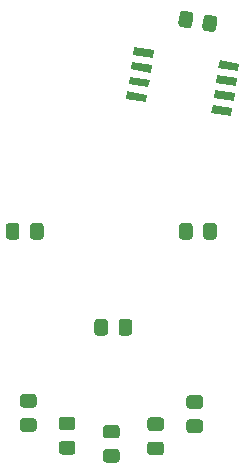
<source format=gbr>
%TF.GenerationSoftware,KiCad,Pcbnew,(5.1.6)-1*%
%TF.CreationDate,2021-01-16T18:50:24+01:00*%
%TF.ProjectId,Snowman_Earring,536e6f77-6d61-46e5-9f45-617272696e67,rev?*%
%TF.SameCoordinates,Original*%
%TF.FileFunction,Paste,Top*%
%TF.FilePolarity,Positive*%
%FSLAX46Y46*%
G04 Gerber Fmt 4.6, Leading zero omitted, Abs format (unit mm)*
G04 Created by KiCad (PCBNEW (5.1.6)-1) date 2021-01-16 18:50:24*
%MOMM*%
%LPD*%
G01*
G04 APERTURE LIST*
%ADD10C,0.100000*%
G04 APERTURE END LIST*
%TO.C,C1*%
G36*
G01*
X108324065Y-62744856D02*
X108464856Y-61855935D01*
G75*
G02*
X108750885Y-61648122I246921J-39108D01*
G01*
X109392884Y-61749805D01*
G75*
G02*
X109600697Y-62035834I-39108J-246921D01*
G01*
X109459906Y-62924755D01*
G75*
G02*
X109173877Y-63132568I-246921J39108D01*
G01*
X108531878Y-63030885D01*
G75*
G02*
X108324065Y-62744856I39108J246921D01*
G01*
G37*
G36*
G01*
X106299303Y-62424166D02*
X106440094Y-61535245D01*
G75*
G02*
X106726123Y-61327432I246921J-39108D01*
G01*
X107368122Y-61429115D01*
G75*
G02*
X107575935Y-61715144I-39108J-246921D01*
G01*
X107435144Y-62604065D01*
G75*
G02*
X107149115Y-62811878I-246921J39108D01*
G01*
X106507116Y-62710195D01*
G75*
G02*
X106299303Y-62424166I39108J246921D01*
G01*
G37*
%TD*%
%TO.C,D8*%
G36*
G01*
X108132372Y-95038231D02*
X107232370Y-95038231D01*
G75*
G02*
X106982371Y-94788232I0J249999D01*
G01*
X106982371Y-94138230D01*
G75*
G02*
X107232370Y-93888231I249999J0D01*
G01*
X108132372Y-93888231D01*
G75*
G02*
X108382371Y-94138230I0J-249999D01*
G01*
X108382371Y-94788232D01*
G75*
G02*
X108132372Y-95038231I-249999J0D01*
G01*
G37*
G36*
G01*
X108132372Y-97088231D02*
X107232370Y-97088231D01*
G75*
G02*
X106982371Y-96838232I0J249999D01*
G01*
X106982371Y-96188230D01*
G75*
G02*
X107232370Y-95938231I249999J0D01*
G01*
X108132372Y-95938231D01*
G75*
G02*
X108382371Y-96188230I0J-249999D01*
G01*
X108382371Y-96838232D01*
G75*
G02*
X108132372Y-97088231I-249999J0D01*
G01*
G37*
%TD*%
%TO.C,D7*%
G36*
G01*
X104823666Y-96915527D02*
X103923664Y-96915527D01*
G75*
G02*
X103673665Y-96665528I0J249999D01*
G01*
X103673665Y-96015526D01*
G75*
G02*
X103923664Y-95765527I249999J0D01*
G01*
X104823666Y-95765527D01*
G75*
G02*
X105073665Y-96015526I0J-249999D01*
G01*
X105073665Y-96665528D01*
G75*
G02*
X104823666Y-96915527I-249999J0D01*
G01*
G37*
G36*
G01*
X104823666Y-98965527D02*
X103923664Y-98965527D01*
G75*
G02*
X103673665Y-98715528I0J249999D01*
G01*
X103673665Y-98065526D01*
G75*
G02*
X103923664Y-97815527I249999J0D01*
G01*
X104823666Y-97815527D01*
G75*
G02*
X105073665Y-98065526I0J-249999D01*
G01*
X105073665Y-98715528D01*
G75*
G02*
X104823666Y-98965527I-249999J0D01*
G01*
G37*
%TD*%
%TO.C,D6*%
G36*
G01*
X101072426Y-97547965D02*
X100172424Y-97547965D01*
G75*
G02*
X99922425Y-97297966I0J249999D01*
G01*
X99922425Y-96647964D01*
G75*
G02*
X100172424Y-96397965I249999J0D01*
G01*
X101072426Y-96397965D01*
G75*
G02*
X101322425Y-96647964I0J-249999D01*
G01*
X101322425Y-97297966D01*
G75*
G02*
X101072426Y-97547965I-249999J0D01*
G01*
G37*
G36*
G01*
X101072426Y-99597965D02*
X100172424Y-99597965D01*
G75*
G02*
X99922425Y-99347966I0J249999D01*
G01*
X99922425Y-98697964D01*
G75*
G02*
X100172424Y-98447965I249999J0D01*
G01*
X101072426Y-98447965D01*
G75*
G02*
X101322425Y-98697964I0J-249999D01*
G01*
X101322425Y-99347966D01*
G75*
G02*
X101072426Y-99597965I-249999J0D01*
G01*
G37*
%TD*%
%TO.C,D5*%
G36*
G01*
X97331107Y-96859263D02*
X96431105Y-96859263D01*
G75*
G02*
X96181106Y-96609264I0J249999D01*
G01*
X96181106Y-95959262D01*
G75*
G02*
X96431105Y-95709263I249999J0D01*
G01*
X97331107Y-95709263D01*
G75*
G02*
X97581106Y-95959262I0J-249999D01*
G01*
X97581106Y-96609264D01*
G75*
G02*
X97331107Y-96859263I-249999J0D01*
G01*
G37*
G36*
G01*
X97331107Y-98909263D02*
X96431105Y-98909263D01*
G75*
G02*
X96181106Y-98659264I0J249999D01*
G01*
X96181106Y-98009262D01*
G75*
G02*
X96431105Y-97759263I249999J0D01*
G01*
X97331107Y-97759263D01*
G75*
G02*
X97581106Y-98009262I0J-249999D01*
G01*
X97581106Y-98659264D01*
G75*
G02*
X97331107Y-98909263I-249999J0D01*
G01*
G37*
%TD*%
%TO.C,D4*%
G36*
G01*
X94050967Y-94932487D02*
X93150965Y-94932487D01*
G75*
G02*
X92900966Y-94682488I0J249999D01*
G01*
X92900966Y-94032486D01*
G75*
G02*
X93150965Y-93782487I249999J0D01*
G01*
X94050967Y-93782487D01*
G75*
G02*
X94300966Y-94032486I0J-249999D01*
G01*
X94300966Y-94682488D01*
G75*
G02*
X94050967Y-94932487I-249999J0D01*
G01*
G37*
G36*
G01*
X94050967Y-96982487D02*
X93150965Y-96982487D01*
G75*
G02*
X92900966Y-96732488I0J249999D01*
G01*
X92900966Y-96082486D01*
G75*
G02*
X93150965Y-95832487I249999J0D01*
G01*
X94050967Y-95832487D01*
G75*
G02*
X94300966Y-96082486I0J-249999D01*
G01*
X94300966Y-96732488D01*
G75*
G02*
X94050967Y-96982487I-249999J0D01*
G01*
G37*
%TD*%
%TO.C,D3*%
G36*
G01*
X108400000Y-80460001D02*
X108400000Y-79559999D01*
G75*
G02*
X108649999Y-79310000I249999J0D01*
G01*
X109300001Y-79310000D01*
G75*
G02*
X109550000Y-79559999I0J-249999D01*
G01*
X109550000Y-80460001D01*
G75*
G02*
X109300001Y-80710000I-249999J0D01*
G01*
X108649999Y-80710000D01*
G75*
G02*
X108400000Y-80460001I0J249999D01*
G01*
G37*
G36*
G01*
X106350000Y-80460001D02*
X106350000Y-79559999D01*
G75*
G02*
X106599999Y-79310000I249999J0D01*
G01*
X107250001Y-79310000D01*
G75*
G02*
X107500000Y-79559999I0J-249999D01*
G01*
X107500000Y-80460001D01*
G75*
G02*
X107250001Y-80710000I-249999J0D01*
G01*
X106599999Y-80710000D01*
G75*
G02*
X106350000Y-80460001I0J249999D01*
G01*
G37*
%TD*%
%TO.C,D2*%
G36*
G01*
X101236932Y-88581653D02*
X101236932Y-87681651D01*
G75*
G02*
X101486931Y-87431652I249999J0D01*
G01*
X102136933Y-87431652D01*
G75*
G02*
X102386932Y-87681651I0J-249999D01*
G01*
X102386932Y-88581653D01*
G75*
G02*
X102136933Y-88831652I-249999J0D01*
G01*
X101486931Y-88831652D01*
G75*
G02*
X101236932Y-88581653I0J249999D01*
G01*
G37*
G36*
G01*
X99186932Y-88581653D02*
X99186932Y-87681651D01*
G75*
G02*
X99436931Y-87431652I249999J0D01*
G01*
X100086933Y-87431652D01*
G75*
G02*
X100336932Y-87681651I0J-249999D01*
G01*
X100336932Y-88581653D01*
G75*
G02*
X100086933Y-88831652I-249999J0D01*
G01*
X99436931Y-88831652D01*
G75*
G02*
X99186932Y-88581653I0J249999D01*
G01*
G37*
%TD*%
%TO.C,D1*%
G36*
G01*
X93744851Y-80460001D02*
X93744851Y-79559999D01*
G75*
G02*
X93994850Y-79310000I249999J0D01*
G01*
X94644852Y-79310000D01*
G75*
G02*
X94894851Y-79559999I0J-249999D01*
G01*
X94894851Y-80460001D01*
G75*
G02*
X94644852Y-80710000I-249999J0D01*
G01*
X93994850Y-80710000D01*
G75*
G02*
X93744851Y-80460001I0J249999D01*
G01*
G37*
G36*
G01*
X91694851Y-80460001D02*
X91694851Y-79559999D01*
G75*
G02*
X91944850Y-79310000I249999J0D01*
G01*
X92594852Y-79310000D01*
G75*
G02*
X92844851Y-79559999I0J-249999D01*
G01*
X92844851Y-80460001D01*
G75*
G02*
X92594852Y-80710000I-249999J0D01*
G01*
X91944850Y-80710000D01*
G75*
G02*
X91694851Y-80460001I0J249999D01*
G01*
G37*
%TD*%
D10*
%TO.C,U1*%
G36*
X110877431Y-69574503D02*
G01*
X110775749Y-70216500D01*
X109096679Y-69950561D01*
X109198361Y-69308564D01*
X110877431Y-69574503D01*
G37*
G36*
X111076103Y-68320139D02*
G01*
X110974421Y-68962136D01*
X109295351Y-68696197D01*
X109397033Y-68054200D01*
X111076103Y-68320139D01*
G37*
G36*
X111274774Y-67065775D02*
G01*
X111173092Y-67707772D01*
X109494022Y-67441833D01*
X109595704Y-66799836D01*
X111274774Y-67065775D01*
G37*
G36*
X111473446Y-65811411D02*
G01*
X111371764Y-66453408D01*
X109692694Y-66187469D01*
X109794376Y-65545472D01*
X111473446Y-65811411D01*
G37*
G36*
X104263321Y-64669439D02*
G01*
X104161639Y-65311436D01*
X102482569Y-65045497D01*
X102584251Y-64403500D01*
X104263321Y-64669439D01*
G37*
G36*
X104064649Y-65923803D02*
G01*
X103962967Y-66565800D01*
X102283897Y-66299861D01*
X102385579Y-65657864D01*
X104064649Y-65923803D01*
G37*
G36*
X103865978Y-67178167D02*
G01*
X103764296Y-67820164D01*
X102085226Y-67554225D01*
X102186908Y-66912228D01*
X103865978Y-67178167D01*
G37*
G36*
X103667306Y-68432531D02*
G01*
X103565624Y-69074528D01*
X101886554Y-68808589D01*
X101988236Y-68166592D01*
X103667306Y-68432531D01*
G37*
%TD*%
M02*

</source>
